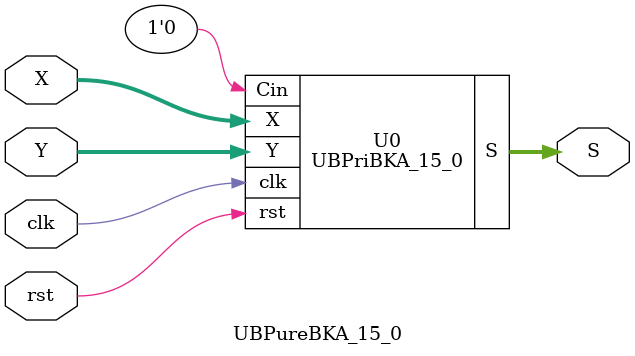
<source format=v>
/*----------------------------------------------------------------------------
  Copyright (c) 2004 Aoki laboratory. All rights reserved.

  Top module: UBBKA_15_0_15_0

  Operand-1 length: 16
  Operand-2 length: 16
  Two-operand addition algorithm: Brent-Kung adder
----------------------------------------------------------------------------*/

module GPGenerator(Go, Po, A, B);
  output Go;
  output Po;
  input A;
  input B;
  assign Go = A & B;
  assign Po = A ^ B;
endmodule

module CarryOperator(Go, Po, Gi1, Pi1, Gi2, Pi2);
  output Go;
  output Po;
  input Gi1;
  input Gi2;
  input Pi1;
  input Pi2;
  assign Go = Gi1 | ( Gi2 & Pi1 );
  assign Po = Pi1 & Pi2;
endmodule

module UBPriBKA_15_0(S, X, Y, Cin, clk, rst);
  output reg[16:0] S;
  input Cin;
  input [15:0] X;
  input [15:0] Y;
  input clk, rst;
  wire [15:0] G0;
  wire [15:0] G1;
  wire [15:0] G2;
  wire [15:0] G3;
  wire [15:0] G4;
  wire [15:0] G5;
  wire [15:0] G6;
  wire [15:0] G7;
  wire [15:0] G8;
  wire [15:0] P0;
  wire [15:0] P1;
  wire [15:0] P2;
  wire [15:0] P3;
  wire [15:0] P4;
  wire [15:0] P5;
  wire [15:0] P6;
  wire [15:0] P7;
  wire [15:0] P8;
  assign P1[0] = P0[0];
  assign G1[0] = G0[0];
  assign P1[2] = P0[2];
  assign G1[2] = G0[2];
  assign P1[4] = P0[4];
  assign G1[4] = G0[4];
  assign P1[6] = P0[6];
  assign G1[6] = G0[6];
  assign P1[8] = P0[8];
  assign G1[8] = G0[8];
  assign P1[10] = P0[10];
  assign G1[10] = G0[10];
  assign P1[12] = P0[12];
  assign G1[12] = G0[12];
  assign P1[14] = P0[14];
  assign G1[14] = G0[14];
  assign P2[0] = P1[0];
  assign G2[0] = G1[0];
  assign P2[1] = P1[1];
  assign G2[1] = G1[1];
  assign P2[2] = P1[2];
  assign G2[2] = G1[2];
  assign P2[4] = P1[4];
  assign G2[4] = G1[4];
  assign P2[5] = P1[5];
  assign G2[5] = G1[5];
  assign P2[6] = P1[6];
  assign G2[6] = G1[6];
  assign P2[8] = P1[8];
  assign G2[8] = G1[8];
  assign P2[9] = P1[9];
  assign G2[9] = G1[9];
  assign P2[10] = P1[10];
  assign G2[10] = G1[10];
  assign P2[12] = P1[12];
  assign G2[12] = G1[12];
  assign P2[13] = P1[13];
  assign G2[13] = G1[13];
  assign P2[14] = P1[14];
  assign G2[14] = G1[14];
  assign P3[0] = P2[0];
  assign G3[0] = G2[0];
  assign P3[1] = P2[1];
  assign G3[1] = G2[1];
  assign P3[2] = P2[2];
  assign G3[2] = G2[2];
  assign P3[3] = P2[3];
  assign G3[3] = G2[3];
  assign P3[4] = P2[4];
  assign G3[4] = G2[4];
  assign P3[5] = P2[5];
  assign G3[5] = G2[5];
  assign P3[6] = P2[6];
  assign G3[6] = G2[6];
  assign P3[8] = P2[8];
  assign G3[8] = G2[8];
  assign P3[9] = P2[9];
  assign G3[9] = G2[9];
  assign P3[10] = P2[10];
  assign G3[10] = G2[10];
  assign P3[11] = P2[11];
  assign G3[11] = G2[11];
  assign P3[12] = P2[12];
  assign G3[12] = G2[12];
  assign P3[13] = P2[13];
  assign G3[13] = G2[13];
  assign P3[14] = P2[14];
  assign G3[14] = G2[14];
  assign P4[0] = P3[0];
  assign G4[0] = G3[0];
  assign P4[1] = P3[1];
  assign G4[1] = G3[1];
  assign P4[2] = P3[2];
  assign G4[2] = G3[2];
  assign P4[3] = P3[3];
  assign G4[3] = G3[3];
  assign P4[4] = P3[4];
  assign G4[4] = G3[4];
  assign P4[5] = P3[5];
  assign G4[5] = G3[5];
  assign P4[6] = P3[6];
  assign G4[6] = G3[6];
  assign P4[7] = P3[7];
  assign G4[7] = G3[7];
  assign P4[8] = P3[8];
  assign G4[8] = G3[8];
  assign P4[9] = P3[9];
  assign G4[9] = G3[9];
  assign P4[10] = P3[10];
  assign G4[10] = G3[10];
  assign P4[11] = P3[11];
  assign G4[11] = G3[11];
  assign P4[12] = P3[12];
  assign G4[12] = G3[12];
  assign P4[13] = P3[13];
  assign G4[13] = G3[13];
  assign P4[14] = P3[14];
  assign G4[14] = G3[14];
  assign P5[0] = P4[0];
  assign G5[0] = G4[0];
  assign P5[1] = P4[1];
  assign G5[1] = G4[1];
  assign P5[2] = P4[2];
  assign G5[2] = G4[2];
  assign P5[3] = P4[3];
  assign G5[3] = G4[3];
  assign P5[4] = P4[4];
  assign G5[4] = G4[4];
  assign P5[5] = P4[5];
  assign G5[5] = G4[5];
  assign P5[6] = P4[6];
  assign G5[6] = G4[6];
  assign P5[7] = P4[7];
  assign G5[7] = G4[7];
  assign P5[8] = P4[8];
  assign G5[8] = G4[8];
  assign P5[9] = P4[9];
  assign G5[9] = G4[9];
  assign P5[10] = P4[10];
  assign G5[10] = G4[10];
  assign P5[11] = P4[11];
  assign G5[11] = G4[11];
  assign P5[12] = P4[12];
  assign G5[12] = G4[12];
  assign P5[13] = P4[13];
  assign G5[13] = G4[13];
  assign P5[14] = P4[14];
  assign G5[14] = G4[14];
  assign P5[15] = P4[15];
  assign G5[15] = G4[15];
  assign P6[0] = P5[0];
  assign G6[0] = G5[0];
  assign P6[1] = P5[1];
  assign G6[1] = G5[1];
  assign P6[2] = P5[2];
  assign G6[2] = G5[2];
  assign P6[3] = P5[3];
  assign G6[3] = G5[3];
  assign P6[4] = P5[4];
  assign G6[4] = G5[4];
  assign P6[5] = P5[5];
  assign G6[5] = G5[5];
  assign P6[6] = P5[6];
  assign G6[6] = G5[6];
  assign P6[7] = P5[7];
  assign G6[7] = G5[7];
  assign P6[8] = P5[8];
  assign G6[8] = G5[8];
  assign P6[9] = P5[9];
  assign G6[9] = G5[9];
  assign P6[10] = P5[10];
  assign G6[10] = G5[10];
  assign P6[12] = P5[12];
  assign G6[12] = G5[12];
  assign P6[13] = P5[13];
  assign G6[13] = G5[13];
  assign P6[14] = P5[14];
  assign G6[14] = G5[14];
  assign P6[15] = P5[15];
  assign G6[15] = G5[15];
  assign P7[0] = P6[0];
  assign G7[0] = G6[0];
  assign P7[1] = P6[1];
  assign G7[1] = G6[1];
  assign P7[2] = P6[2];
  assign G7[2] = G6[2];
  assign P7[3] = P6[3];
  assign G7[3] = G6[3];
  assign P7[4] = P6[4];
  assign G7[4] = G6[4];
  assign P7[6] = P6[6];
  assign G7[6] = G6[6];
  assign P7[7] = P6[7];
  assign G7[7] = G6[7];
  assign P7[8] = P6[8];
  assign G7[8] = G6[8];
  assign P7[10] = P6[10];
  assign G7[10] = G6[10];
  assign P7[11] = P6[11];
  assign G7[11] = G6[11];
  assign P7[12] = P6[12];
  assign G7[12] = G6[12];
  assign P7[14] = P6[14];
  assign G7[14] = G6[14];
  assign P7[15] = P6[15];
  assign G7[15] = G6[15];
  assign P8[0] = P7[0];
  assign G8[0] = G7[0];
  assign P8[1] = P7[1];
  assign G8[1] = G7[1];
  assign P8[3] = P7[3];
  assign G8[3] = G7[3];
  assign P8[5] = P7[5];
  assign G8[5] = G7[5];
  assign P8[7] = P7[7];
  assign G8[7] = G7[7];
  assign P8[9] = P7[9];
  assign G8[9] = G7[9];
  assign P8[11] = P7[11];
  assign G8[11] = G7[11];
  assign P8[13] = P7[13];
  assign G8[13] = G7[13];
  assign P8[15] = P7[15];
  assign G8[15] = G7[15];
  GPGenerator U0 (G0[0], P0[0], X[0], Y[0]);
  GPGenerator U1 (G0[1], P0[1], X[1], Y[1]);
  GPGenerator U2 (G0[2], P0[2], X[2], Y[2]);
  GPGenerator U3 (G0[3], P0[3], X[3], Y[3]);
  GPGenerator U4 (G0[4], P0[4], X[4], Y[4]);
  GPGenerator U5 (G0[5], P0[5], X[5], Y[5]);
  GPGenerator U6 (G0[6], P0[6], X[6], Y[6]);
  GPGenerator U7 (G0[7], P0[7], X[7], Y[7]);
  GPGenerator U8 (G0[8], P0[8], X[8], Y[8]);
  GPGenerator U9 (G0[9], P0[9], X[9], Y[9]);
  GPGenerator U10 (G0[10], P0[10], X[10], Y[10]);
  GPGenerator U11 (G0[11], P0[11], X[11], Y[11]);
  GPGenerator U12 (G0[12], P0[12], X[12], Y[12]);
  GPGenerator U13 (G0[13], P0[13], X[13], Y[13]);
  GPGenerator U14 (G0[14], P0[14], X[14], Y[14]);
  GPGenerator U15 (G0[15], P0[15], X[15], Y[15]);
  CarryOperator U16 (G1[1], P1[1], G0[1], P0[1], G0[0], P0[0]);
  CarryOperator U17 (G1[3], P1[3], G0[3], P0[3], G0[2], P0[2]);
  CarryOperator U18 (G1[5], P1[5], G0[5], P0[5], G0[4], P0[4]);
  CarryOperator U19 (G1[7], P1[7], G0[7], P0[7], G0[6], P0[6]);
  CarryOperator U20 (G1[9], P1[9], G0[9], P0[9], G0[8], P0[8]);
  CarryOperator U21 (G1[11], P1[11], G0[11], P0[11], G0[10], P0[10]);
  CarryOperator U22 (G1[13], P1[13], G0[13], P0[13], G0[12], P0[12]);
  CarryOperator U23 (G1[15], P1[15], G0[15], P0[15], G0[14], P0[14]);
  CarryOperator U24 (G2[3], P2[3], G1[3], P1[3], G1[1], P1[1]);
  CarryOperator U25 (G2[7], P2[7], G1[7], P1[7], G1[5], P1[5]);
  CarryOperator U26 (G2[11], P2[11], G1[11], P1[11], G1[9], P1[9]);
  CarryOperator U27 (G2[15], P2[15], G1[15], P1[15], G1[13], P1[13]);
  CarryOperator U28 (G3[7], P3[7], G2[7], P2[7], G2[3], P2[3]);
  CarryOperator U29 (G3[15], P3[15], G2[15], P2[15], G2[11], P2[11]);
  CarryOperator U30 (G4[15], P4[15], G3[15], P3[15], G3[7], P3[7]);
  CarryOperator U31 (G6[11], P6[11], G5[11], P5[11], G5[7], P5[7]);
  CarryOperator U32 (G7[5], P7[5], G6[5], P6[5], G6[3], P6[3]);
  CarryOperator U33 (G7[9], P7[9], G6[9], P6[9], G6[7], P6[7]);
  CarryOperator U34 (G7[13], P7[13], G6[13], P6[13], G6[11], P6[11]);
  CarryOperator U35 (G8[2], P8[2], G7[2], P7[2], G7[1], P7[1]);
  CarryOperator U36 (G8[4], P8[4], G7[4], P7[4], G7[3], P7[3]);
  CarryOperator U37 (G8[6], P8[6], G7[6], P7[6], G7[5], P7[5]);
  CarryOperator U38 (G8[8], P8[8], G7[8], P7[8], G7[7], P7[7]);
  CarryOperator U39 (G8[10], P8[10], G7[10], P7[10], G7[9], P7[9]);
  CarryOperator U40 (G8[12], P8[12], G7[12], P7[12], G7[11], P7[11]);
  CarryOperator U41 (G8[14], P8[14], G7[14], P7[14], G7[13], P7[13]);
 
  always @(posedge clk or posedge rst) begin
    if (rst) begin
      S <= 17'b0; // Reiniciar S en caso de reset
    end else begin
      S[0] <= Cin ^ P0[0];
      S[1] <= ( G8[0] | ( P8[0] & Cin ) ) ^ P0[1];
      S[2] <= ( G8[1] | ( P8[1] & Cin ) ) ^ P0[2];
      S[3] <= ( G8[2] | ( P8[2] & Cin ) ) ^ P0[3];
      S[4] <= ( G8[3] | ( P8[3] & Cin ) ) ^ P0[4];
      S[5] <= ( G8[4] | ( P8[4] & Cin ) ) ^ P0[5];
      S[6] <= ( G8[5] | ( P8[5] & Cin ) ) ^ P0[6];
      S[7] <= ( G8[6] | ( P8[6] & Cin ) ) ^ P0[7];
      S[8] <= ( G8[7] | ( P8[7] & Cin ) ) ^ P0[8];
      S[9] <= ( G8[8] | ( P8[8] & Cin ) ) ^ P0[9];
      S[10] <= ( G8[9] | ( P8[9] & Cin ) ) ^ P0[10];
      S[11] <= ( G8[10] | ( P8[10] & Cin ) ) ^ P0[11];
      S[12] <= ( G8[11] | ( P8[11] & Cin ) ) ^ P0[12];
      S[13] <= ( G8[12] | ( P8[12] & Cin ) ) ^ P0[13];
      S[14] <= ( G8[13] | ( P8[13] & Cin ) ) ^ P0[14];
      S[15] <= ( G8[14] | ( P8[14] & Cin ) ) ^ P0[15];
      S[16] <= G8[15] | ( P8[15] & Cin );
    end
  end
  
endmodule

//module UBZero_0_0(O);
 // output [0:0] O;
  //assign O[0] = 0;
//endmodule

module UBBKA_15_0_15_0 (S, X, Y, clk, rst);
  output [16:0] S;
  input [15:0] X;
  input [15:0] Y;
  input clk;
  input rst;
  UBPureBKA_15_0 U0 (S[16:0], X[15:0], Y[15:0], clk, rst);
endmodule

module UBPureBKA_15_0 (S, X, Y, clk, rst);
  output [16:0] S;
  input [15:0] X;
  input [15:0] Y;
  wire C;
  input clk, rst;
  UBPriBKA_15_0 U0 (S, X, Y, 1'b0, clk, rst);
  //UBZero_0_0 U1 (C);
endmodule

</source>
